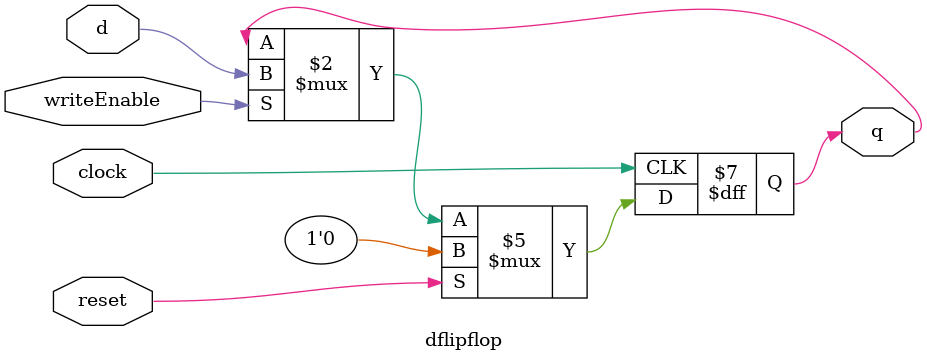
<source format=v>
module dflipflop(clock, writeEnable, reset, d, q);

	input clock, writeEnable, reset, d;
	output reg q;
	
	always @(posedge clock) 
	begin
		if (reset) q <= 1'b0;
		else if (writeEnable) q <= d;
	end
	
endmodule
</source>
